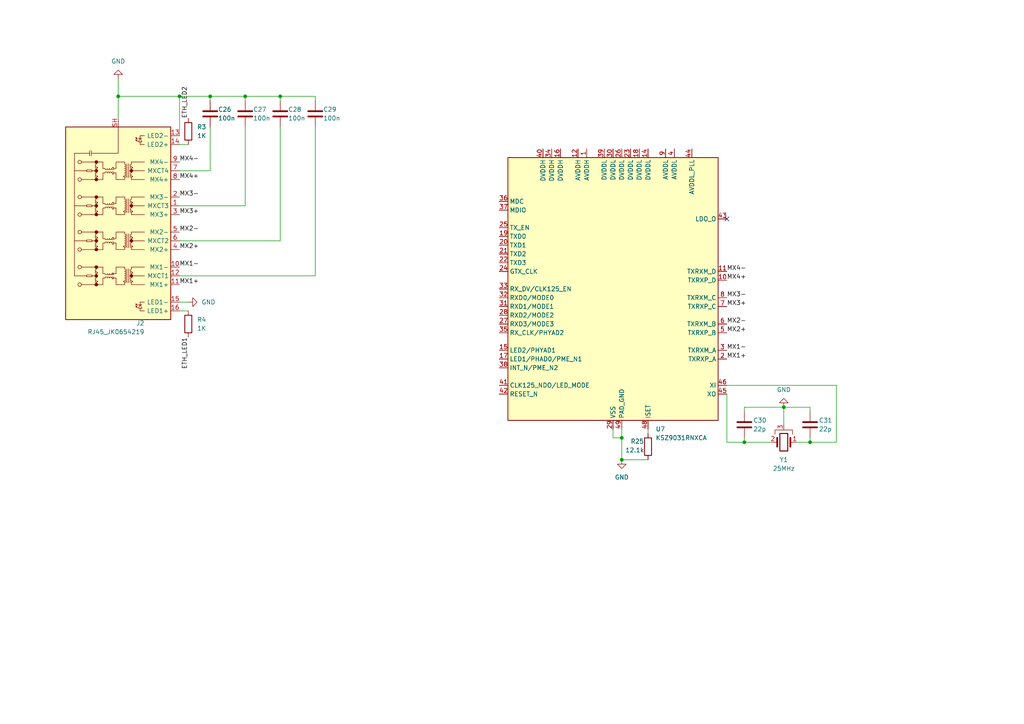
<source format=kicad_sch>
(kicad_sch (version 20231120) (generator "eeschema") (generator_version "8.0")
  (paper "A4")
  (title_block (title "PatchLogic 85 FPGA Board") (date "2025-01-06") (rev "V0.1") (company "ODHIN Unicamp") (comment 1 "Licensed under CERN OHL V2 Permissive") (comment 2 "Designed by: Julio Nunes Avelar"))
  (lib_symbols
    (symbol "Connector:RJ45_JK0654219"
      (property "Reference" "J" (at -15.24 29.21 0))
      (property "Value" "RJ45_JK0654219" (at 10.16 29.21 0))
      (symbol "RJ45_JK0654219_0_0"
        (circle (center -3.81 -15.24) (radius 0.0001) (stroke (width 0.508)))
        (circle (center -3.81 -5.08) (radius 0.0001) (stroke (width 0.508)))
        (circle (center -3.81 5.08) (radius 0.0001) (stroke (width 0.508)))
        (circle (center -3.81 15.24) (radius 0.0001) (stroke (width 0.508)))
        (circle (center 6.35 -17.78) (radius 0.0001) (stroke (width 0.508)))
        (circle (center 6.35 -15.24) (radius 0.0001) (stroke (width 0.508)))
        (circle (center 6.35 -12.7) (radius 0.0001) (stroke (width 0.508)))
        (circle (center 6.35 -7.62) (radius 0.0001) (stroke (width 0.508)))
        (circle (center 6.35 -5.08) (radius 0.0001) (stroke (width 0.508)))
        (circle (center 6.35 -2.54) (radius 0.0001) (stroke (width 0.508)))
        (circle (center 6.35 2.54) (radius 0.0001) (stroke (width 0.508)))
        (circle (center 6.35 5.08) (radius 0.0001) (stroke (width 0.508)))
        (circle (center 6.35 7.62) (radius 0.0001) (stroke (width 0.508)))
        (circle (center 6.35 12.7) (radius 0.0001) (stroke (width 0.508)))
        (circle (center 6.35 15.24) (radius 0.0001) (stroke (width 0.508)))
        (circle (center 6.35 17.78) (radius 0.0001) (stroke (width 0.508)))
      )
      (symbol "RJ45_JK0654219_0_1"
        (rectangle (start -15.24 27.94) (end 15.24 -27.94) (stroke (width 0.254)) (fill (type background)))
        (circle (center -4.064 -16.129) (radius 0.127) (fill (type outline)))
        (circle (center -4.064 -13.589) (radius 0.127) (fill (type outline)))
        (circle (center -4.064 -5.969) (radius 0.127) (fill (type outline)))
        (circle (center -4.064 -3.429) (radius 0.127) (fill (type outline)))
        (circle (center -4.064 4.191) (radius 0.127) (fill (type outline)))
        (circle (center -4.064 6.731) (radius 0.127) (fill (type outline)))
        (circle (center -4.064 14.351) (radius 0.127) (fill (type outline)))
        (circle (center -4.064 16.891) (radius 0.127) (fill (type outline)))
        (arc (start -3.81 -17.145) (mid -3.5052 -16.8402) (end -3.81 -16.51))
        (arc (start -3.81 -16.51) (mid -3.5052 -16.2052) (end -3.81 -15.875))
        (arc (start -3.81 -14.605) (mid -3.5052 -14.3002) (end -3.81 -13.97))
        (arc (start -3.81 -13.97) (mid -3.5052 -13.6652) (end -3.81 -13.335))
        (arc (start -3.81 -6.985) (mid -3.5052 -6.6802) (end -3.81 -6.35))
        (arc (start -3.81 -6.35) (mid -3.5052 -6.0452) (end -3.81 -5.715))
        (arc (start -3.81 -4.445) (mid -3.5052 -4.1402) (end -3.81 -3.81))
        (arc (start -3.81 -3.81) (mid -3.5052 -3.5052) (end -3.81 -3.175))
        (arc (start -3.81 3.175) (mid -3.5052 3.4798) (end -3.81 3.81))
        (arc (start -3.81 3.81) (mid -3.5052 4.1148) (end -3.81 4.445))
        (arc (start -3.81 5.715) (mid -3.5052 6.0198) (end -3.81 6.35))
        (arc (start -3.81 6.35) (mid -3.5052 6.6548) (end -3.81 6.985))
        (arc (start -3.81 13.335) (mid -3.5052 13.6398) (end -3.81 13.97))
        (arc (start -3.81 13.97) (mid -3.5052 14.2748) (end -3.81 14.605))
        (arc (start -3.81 15.875) (mid -3.5052 16.1798) (end -3.81 16.51))
        (arc (start -3.81 16.51) (mid -3.5052 16.8148) (end -3.81 17.145))
        (arc (start -1.905 -16.51) (mid -2.2098 -16.8148) (end -1.905 -17.145))
        (arc (start -1.905 -15.875) (mid -2.2098 -16.1798) (end -1.905 -16.51))
        (arc (start -1.905 -15.24) (mid -2.2098 -15.5448) (end -1.905 -15.875))
        (arc (start -1.905 -14.605) (mid -2.2098 -14.9098) (end -1.905 -15.24))
        (arc (start -1.905 -13.97) (mid -2.2098 -14.2748) (end -1.905 -14.605))
        (arc (start -1.905 -13.335) (mid -2.2098 -13.6398) (end -1.905 -13.97))
        (arc (start -1.905 -6.35) (mid -2.2098 -6.6548) (end -1.905 -6.985))
        (arc (start -1.905 -5.715) (mid -2.2098 -6.0198) (end -1.905 -6.35))
        (arc (start -1.905 -5.08) (mid -2.2098 -5.3848) (end -1.905 -5.715))
        (arc (start -1.905 -4.445) (mid -2.2098 -4.7498) (end -1.905 -5.08))
        (arc (start -1.905 -3.81) (mid -2.2098 -4.1148) (end -1.905 -4.445))
        (arc (start -1.905 -3.175) (mid -2.2098 -3.4798) (end -1.905 -3.81))
        (arc (start -1.905 3.81) (mid -2.2098 3.5052) (end -1.905 3.175))
        (arc (start -1.905 4.445) (mid -2.2098 4.1402) (end -1.905 3.81))
        (arc (start -1.905 5.08) (mid -2.2098 4.7752) (end -1.905 4.445))
        (arc (start -1.905 5.715) (mid -2.2098 5.4102) (end -1.905 5.08))
        (arc (start -1.905 6.35) (mid -2.2098 6.0452) (end -1.905 5.715))
        (arc (start -1.905 6.985) (mid -2.2098 6.6802) (end -1.905 6.35))
        (arc (start -1.905 13.97) (mid -2.2098 13.6652) (end -1.905 13.335))
        (arc (start -1.905 14.605) (mid -2.2098 14.3002) (end -1.905 13.97))
        (arc (start -1.905 15.24) (mid -2.2098 14.9352) (end -1.905 14.605))
        (arc (start -1.905 15.875) (mid -2.2098 15.5702) (end -1.905 15.24))
        (arc (start -1.905 16.51) (mid -2.2098 16.2052) (end -1.905 15.875))
        (arc (start -1.905 17.145) (mid -2.2098 16.8402) (end -1.905 16.51))
        (circle (center -1.651 -13.589) (radius 0.127) (fill (type outline)))
        (circle (center -1.651 -3.429) (radius 0.127) (fill (type outline)))
        (circle (center -1.651 6.731) (radius 0.127) (fill (type outline)))
        (circle (center -1.651 16.891) (radius 0.127) (fill (type outline)))
        (polyline (pts (xy -7.62 -17.78) (xy -3.81 -17.78)))
        (polyline (pts (xy -7.62 -15.24) (xy -6.35 -15.24)))
        (polyline (pts (xy -7.62 -12.7) (xy -3.81 -12.7)))
        (polyline (pts (xy -7.62 -7.62) (xy -3.81 -7.62)))
        (polyline (pts (xy -7.62 -5.08) (xy -6.35 -5.08)))
        (polyline (pts (xy -7.62 -2.54) (xy -3.81 -2.54)))
        (polyline (pts (xy -7.62 2.54) (xy -3.81 2.54)))
        (polyline (pts (xy -7.62 5.08) (xy -6.35 5.08)))
        (polyline (pts (xy -7.62 7.62) (xy -3.81 7.62)))
        (polyline (pts (xy -7.62 12.7) (xy -3.81 12.7)))
        (polyline (pts (xy -7.62 15.24) (xy -6.35 15.24)))
        (polyline (pts (xy -7.62 17.78) (xy -3.81 17.78)))
        (polyline (pts (xy -6.35 -15.24) (xy -3.81 -15.24)))
        (polyline (pts (xy -6.35 -5.08) (xy -3.81 -5.08)))
        (polyline (pts (xy -6.35 5.08) (xy -3.81 5.08)))
        (polyline (pts (xy -6.35 15.24) (xy -3.81 15.24)))
        (polyline (pts (xy -3.81 -17.78) (xy -3.81 -17.145)))
        (polyline (pts (xy -3.81 -15.24) (xy -3.81 -15.875)))
        (polyline (pts (xy -3.81 -15.24) (xy -3.81 -14.605)))
        (polyline (pts (xy -3.81 -12.7) (xy -3.81 -13.335)))
        (polyline (pts (xy -3.81 -7.62) (xy -3.81 -6.985)))
        (polyline (pts (xy -3.81 -5.08) (xy -3.81 -5.715)))
        (polyline (pts (xy -3.81 -5.08) (xy -3.81 -4.445)))
        (polyline (pts (xy -3.81 -2.54) (xy -3.81 -3.175)))
        (polyline (pts (xy -3.81 2.54) (xy -3.81 3.175)))
        (polyline (pts (xy -3.81 5.08) (xy -3.81 4.445)))
        (polyline (pts (xy -3.81 5.08) (xy -3.81 5.715)))
        (polyline (pts (xy -3.81 7.62) (xy -3.81 6.985)))
        (polyline (pts (xy -3.81 12.7) (xy -3.81 13.335)))
        (polyline (pts (xy -3.81 15.24) (xy -3.81 14.605)))
        (polyline (pts (xy -3.81 15.24) (xy -3.81 15.875)))
        (polyline (pts (xy -3.81 17.78) (xy -3.81 17.145)))
        (polyline (pts (xy -3.048 -17.272) (xy -3.048 -13.208)))
        (polyline (pts (xy -3.048 -7.112) (xy -3.048 -3.048)))
        (polyline (pts (xy -3.048 3.048) (xy -3.048 7.112)))
        (polyline (pts (xy -3.048 13.208) (xy -3.048 17.272)))
        (polyline (pts (xy -2.54 -17.272) (xy -2.54 -13.208)))
        (polyline (pts (xy -2.54 -7.112) (xy -2.54 -3.048)))
        (polyline (pts (xy -2.54 3.048) (xy -2.54 7.112)))
        (polyline (pts (xy -2.54 13.208) (xy -2.54 17.272)))
        (polyline (pts (xy 0.635 -14.605) (xy 1.27 -14.605)))
        (polyline (pts (xy 0.635 -4.445) (xy 1.27 -4.445)))
        (polyline (pts (xy 0.635 5.715) (xy 1.27 5.715)))
        (polyline (pts (xy 0.635 15.875) (xy 1.27 15.875)))
        (polyline (pts (xy 4.445 -17.78) (xy 5.715 -17.78)))
        (polyline (pts (xy 4.445 -12.7) (xy 5.715 -12.7)))
        (polyline (pts (xy 4.445 -7.62) (xy 5.715 -7.62)))
        (polyline (pts (xy 4.445 -2.54) (xy 5.715 -2.54)))
        (polyline (pts (xy 4.445 2.54) (xy 5.715 2.54)))
        (polyline (pts (xy 4.445 7.62) (xy 5.715 7.62)))
        (polyline (pts (xy 4.445 12.7) (xy 5.715 12.7)))
        (polyline (pts (xy 4.445 17.78) (xy 5.715 17.78)))
        (polyline (pts (xy 6.35 -15.24) (xy 6.35 -15.875)))
        (polyline (pts (xy 6.35 -15.24) (xy 6.35 -14.605)))
        (polyline (pts (xy 6.35 -5.08) (xy 6.35 -5.715)))
        (polyline (pts (xy 6.35 -5.08) (xy 6.35 -4.445)))
        (polyline (pts (xy 6.35 5.08) (xy 6.35 4.445)))
        (polyline (pts (xy 6.35 5.08) (xy 6.35 5.715)))
        (polyline (pts (xy 6.35 15.24) (xy 6.35 14.605)))
        (polyline (pts (xy 6.35 15.24) (xy 6.35 15.875)))
        (polyline (pts (xy 7.62 -17.78) (xy 6.35 -17.78)))
        (polyline (pts (xy 7.62 -17.78) (xy 10.668 -17.78)))
        (polyline (pts (xy 7.62 -15.24) (xy 6.35 -15.24)))
        (polyline (pts (xy 7.62 -12.7) (xy 6.35 -12.7)))
        (polyline (pts (xy 7.62 -12.7) (xy 10.668 -12.7)))
        (polyline (pts (xy 7.62 -7.62) (xy 6.35 -7.62)))
        (polyline (pts (xy 7.62 -7.62) (xy 10.668 -7.62)))
        (polyline (pts (xy 7.62 -5.08) (xy 6.35 -5.08)))
        (polyline (pts (xy 7.62 -2.54) (xy 6.35 -2.54)))
        (polyline (pts (xy 7.62 -2.54) (xy 10.668 -2.54)))
        (polyline (pts (xy 7.62 2.54) (xy 6.35 2.54)))
        (polyline (pts (xy 7.62 2.54) (xy 10.668 2.54)))
        (polyline (pts (xy 7.62 5.08) (xy 6.35 5.08)))
        (polyline (pts (xy 7.62 7.62) (xy 6.35 7.62)))
        (polyline (pts (xy 7.62 7.62) (xy 10.668 7.62)))
        (polyline (pts (xy 7.62 12.7) (xy 6.35 12.7)))
        (polyline (pts (xy 7.62 12.7) (xy 10.668 12.7)))
        (polyline (pts (xy 7.62 15.24) (xy 6.35 15.24)))
        (polyline (pts (xy 7.62 17.78) (xy 6.35 17.78)))
        (polyline (pts (xy 7.62 17.78) (xy 10.668 17.78)))
        (polyline (pts (xy 7.747 -19.558) (xy 7.747 -21.082)) (stroke (width 0.1524)))
        (polyline (pts (xy 8.255 -20.32) (xy 12.7 -20.32)))
        (polyline (pts (xy 8.255 -19.558) (xy 8.255 -21.082)) (stroke (width 0.1524)))
        (polyline (pts (xy 9.144 -15.24) (xy 12.7 -15.24)))
        (polyline (pts (xy 9.144 -5.08) (xy 12.7 -5.08)))
        (polyline (pts (xy 9.144 5.08) (xy 12.7 5.08)))
        (polyline (pts (xy 12.7 -20.32) (xy 12.7 15.24)))
        (polyline (pts (xy 12.7 15.24) (xy 9.144 15.24)))
        (polyline (pts (xy -1.905 -17.145) (xy -1.905 -17.78) (xy 0 -17.78)))
        (polyline (pts (xy -1.905 -13.335) (xy -1.905 -12.7) (xy 0 -12.7)))
        (polyline (pts (xy -1.905 -6.985) (xy -1.905 -7.62) (xy 0 -7.62)))
        (polyline (pts (xy -1.905 -3.175) (xy -1.905 -2.54) (xy 0 -2.54)))
        (polyline (pts (xy -1.905 3.175) (xy -1.905 2.54) (xy 0 2.54)))
        (polyline (pts (xy -1.905 6.985) (xy -1.905 7.62) (xy 0 7.62)))
        (polyline (pts (xy -1.905 13.335) (xy -1.905 12.7) (xy 0 12.7)))
        (polyline (pts (xy -1.905 17.145) (xy -1.905 17.78) (xy 0 17.78)))
        (polyline (pts (xy 0 -12.7) (xy 0.635 -12.7) (xy 0.635 -14.605)))
        (polyline (pts (xy 0 -2.54) (xy 0.635 -2.54) (xy 0.635 -4.445)))
        (polyline (pts (xy 0 7.62) (xy 0.635 7.62) (xy 0.635 5.715)))
        (polyline (pts (xy 0 17.78) (xy 0.635 17.78) (xy 0.635 15.875)))
        (polyline (pts (xy 3.81 -15.875) (xy 4.445 -15.875) (xy 4.445 -17.78)))
        (polyline (pts (xy 3.81 -14.605) (xy 4.445 -14.605) (xy 4.445 -12.7)))
        (polyline (pts (xy 3.81 -5.715) (xy 4.445 -5.715) (xy 4.445 -7.62)))
        (polyline (pts (xy 3.81 -4.445) (xy 4.445 -4.445) (xy 4.445 -2.54)))
        (polyline (pts (xy 3.81 4.445) (xy 4.445 4.445) (xy 4.445 2.54)))
        (polyline (pts (xy 3.81 5.715) (xy 4.445 5.715) (xy 4.445 7.62)))
        (polyline (pts (xy 3.81 14.605) (xy 4.445 14.605) (xy 4.445 12.7)))
        (polyline (pts (xy 3.81 15.875) (xy 4.445 15.875) (xy 4.445 17.78)))
        (polyline (pts (xy 5.715 -17.78) (xy 6.35 -17.78) (xy 6.35 -17.145)))
        (polyline (pts (xy 5.715 -12.7) (xy 6.35 -12.7) (xy 6.35 -13.335)))
        (polyline (pts (xy 5.715 -7.62) (xy 6.35 -7.62) (xy 6.35 -6.985)))
        (polyline (pts (xy 5.715 -2.54) (xy 6.35 -2.54) (xy 6.35 -3.175)))
        (polyline (pts (xy 5.715 2.54) (xy 6.35 2.54) (xy 6.35 3.175)))
        (polyline (pts (xy 5.715 7.62) (xy 6.35 7.62) (xy 6.35 6.985)))
        (polyline (pts (xy 5.715 12.7) (xy 6.35 12.7) (xy 6.35 13.335)))
        (polyline (pts (xy 5.715 17.78) (xy 6.35 17.78) (xy 6.35 17.145)))
        (polyline (pts (xy 7.747 -20.32) (xy 0 -20.32) (xy 0 -27.94)))
        (polyline (pts (xy 0 -17.78) (xy 0.635 -17.78) (xy 0.635 -15.875) (xy 1.27 -15.875)))
        (polyline (pts (xy 0 -7.62) (xy 0.635 -7.62) (xy 0.635 -5.715) (xy 1.27 -5.715)))
        (polyline (pts (xy 0 2.54) (xy 0.635 2.54) (xy 0.635 4.445) (xy 1.27 4.445)))
        (polyline (pts (xy 0 12.7) (xy 0.635 12.7) (xy 0.635 14.605) (xy 1.27 14.605)))
        (arc (start 1.27 -14.605) (mid 1.5748 -14.9098) (end 1.905 -14.605))
        (arc (start 1.27 -4.445) (mid 1.5748 -4.7498) (end 1.905 -4.445))
        (arc (start 1.27 5.715) (mid 1.5748 5.4102) (end 1.905 5.715))
        (arc (start 1.27 15.875) (mid 1.5748 15.5702) (end 1.905 15.875))
        (circle (center 1.524 -16.129) (radius 0.127) (fill (type outline)))
        (circle (center 1.524 -14.351) (radius 0.127) (fill (type outline)))
        (circle (center 1.524 -5.969) (radius 0.127) (fill (type outline)))
        (circle (center 1.524 -4.191) (radius 0.127) (fill (type outline)))
        (circle (center 1.524 4.191) (radius 0.127) (fill (type outline)))
        (circle (center 1.524 5.969) (radius 0.127) (fill (type outline)))
        (circle (center 1.5494 14.5034) (radius 0.127) (fill (type outline)))
        (circle (center 1.5494 16.0274) (radius 0.127) (fill (type outline)))
        (arc (start 1.905 -15.875) (mid 1.6002 -15.5702) (end 1.27 -15.875))
        (arc (start 1.905 -14.605) (mid 2.2098 -14.9098) (end 2.54 -14.605))
        (arc (start 1.905 -5.715) (mid 1.6002 -5.4102) (end 1.27 -5.715))
        (arc (start 1.905 -4.445) (mid 2.2098 -4.7498) (end 2.54 -4.445))
        (arc (start 1.905 4.445) (mid 1.6002 4.7498) (end 1.27 4.445))
        (arc (start 1.905 5.715) (mid 2.2098 5.4102) (end 2.54 5.715))
        (arc (start 1.905 14.605) (mid 1.6002 14.9098) (end 1.27 14.605))
        (arc (start 1.905 15.875) (mid 2.2098 15.5702) (end 2.54 15.875))
        (arc (start 2.54 -15.875) (mid 2.2352 -15.5702) (end 1.905 -15.875))
        (arc (start 2.54 -14.605) (mid 2.8448 -14.9098) (end 3.175 -14.605))
        (arc (start 2.54 -5.715) (mid 2.2352 -5.4102) (end 1.905 -5.715))
        (arc (start 2.54 -4.445) (mid 2.8448 -4.7498) (end 3.175 -4.445))
        (arc (start 2.54 4.445) (mid 2.2352 4.7498) (end 1.905 4.445))
        (arc (start 2.54 5.715) (mid 2.8448 5.4102) (end 3.175 5.715))
        (arc (start 2.54 14.605) (mid 2.2352 14.9098) (end 1.905 14.605))
        (arc (start 2.54 15.875) (mid 2.8448 15.5702) (end 3.175 15.875))
        (arc (start 3.175 -15.875) (mid 2.8702 -15.5702) (end 2.54 -15.875))
        (arc (start 3.175 -14.605) (mid 3.4798 -14.9098) (end 3.81 -14.605))
        (arc (start 3.175 -5.715) (mid 2.8702 -5.4102) (end 2.54 -5.715))
        (arc (start 3.175 -4.445) (mid 3.4798 -4.7498) (end 3.81 -4.445))
        (arc (start 3.175 4.445) (mid 2.8702 4.7498) (end 2.54 4.445))
        (arc (start 3.175 5.715) (mid 3.4798 5.4102) (end 3.81 5.715))
        (arc (start 3.175 14.605) (mid 2.8702 14.9098) (end 2.54 14.605))
        (arc (start 3.175 15.875) (mid 3.4798 15.5702) (end 3.81 15.875))
        (arc (start 3.81 -15.875) (mid 3.5052 -15.5702) (end 3.175 -15.875))
        (arc (start 3.81 -5.715) (mid 3.5052 -5.4102) (end 3.175 -5.715))
        (arc (start 3.81 4.445) (mid 3.5052 4.7498) (end 3.175 4.445))
        (arc (start 3.81 14.605) (mid 3.5052 14.9098) (end 3.175 14.605))
        (circle (center 6.096 -16.129) (radius 0.127) (fill (type outline)))
        (circle (center 6.096 -13.589) (radius 0.127) (fill (type outline)))
        (circle (center 6.096 -5.969) (radius 0.127) (fill (type outline)))
        (circle (center 6.096 -3.429) (radius 0.127) (fill (type outline)))
        (circle (center 6.096 4.191) (radius 0.127) (fill (type outline)))
        (circle (center 6.096 6.731) (radius 0.127) (fill (type outline)))
        (circle (center 6.096 14.351) (radius 0.127) (fill (type outline)))
        (circle (center 6.096 16.891) (radius 0.127) (fill (type outline)))
        (arc (start 6.35 -17.145) (mid 6.6548 -16.8275) (end 6.35 -16.51))
        (arc (start 6.35 -16.51) (mid 6.6548 -16.1925) (end 6.35 -15.875))
        (arc (start 6.35 -14.605) (mid 6.6548 -14.2875) (end 6.35 -13.97))
        (arc (start 6.35 -13.97) (mid 6.6548 -13.6525) (end 6.35 -13.335))
        (arc (start 6.35 -6.985) (mid 6.6548 -6.6675) (end 6.35 -6.35))
        (arc (start 6.35 -6.35) (mid 6.6548 -6.0325) (end 6.35 -5.715))
        (arc (start 6.35 -4.445) (mid 6.6548 -4.1275) (end 6.35 -3.81))
        (arc (start 6.35 -3.81) (mid 6.6548 -3.4925) (end 6.35 -3.175))
        (arc (start 6.35 3.175) (mid 6.6548 3.4925) (end 6.35 3.81))
        (arc (start 6.35 3.81) (mid 6.6548 4.1275) (end 6.35 4.445))
        (arc (start 6.35 5.715) (mid 6.6548 6.0325) (end 6.35 6.35))
        (arc (start 6.35 6.35) (mid 6.6548 6.6675) (end 6.35 6.985))
        (arc (start 6.35 13.335) (mid 6.6548 13.6525) (end 6.35 13.97))
        (arc (start 6.35 13.97) (mid 6.6548 14.2875) (end 6.35 14.605))
        (arc (start 6.35 15.875) (mid 6.6548 16.1925) (end 6.35 16.51))
        (arc (start 6.35 16.51) (mid 6.6548 16.8275) (end 6.35 17.145))
        (rectangle (start 7.62 -14.986) (end 9.144 -15.494))
        (rectangle (start 7.62 -4.826) (end 9.144 -5.334))
        (rectangle (start 7.62 5.334) (end 9.144 4.826))
        (rectangle (start 7.62 15.494) (end 9.144 14.986))
        (circle (center 11.176 -17.78) (radius 0.508))
        (circle (center 11.176 -12.7) (radius 0.508))
        (circle (center 11.176 -7.62) (radius 0.508))
        (circle (center 11.176 -2.54) (radius 0.508))
        (circle (center 11.176 2.54) (radius 0.508))
        (circle (center 11.176 7.62) (radius 0.508))
        (circle (center 11.176 12.7) (radius 0.508))
        (circle (center 11.176 17.78) (radius 0.508))
      )
      (symbol "RJ45_JK0654219_1_1"
        (polyline (pts (xy -7.62 -25.4) (xy -6.35 -25.4)))
        (polyline (pts (xy -7.62 -22.86) (xy -6.35 -22.86)))
        (polyline (pts (xy -7.62 22.86) (xy -6.35 22.86)))
        (polyline (pts (xy -7.62 25.4) (xy -6.35 25.4)))
        (polyline (pts (xy -6.858 -24.638) (xy -5.842 -24.638)))
        (polyline (pts (xy -6.858 23.622) (xy -5.842 23.622)))
        (polyline (pts (xy -6.35 -25.4) (xy -6.35 -24.638)))
        (polyline (pts (xy -6.35 -22.86) (xy -6.35 -23.622)))
        (polyline (pts (xy -6.35 22.86) (xy -6.35 23.622)))
        (polyline (pts (xy -6.35 25.4) (xy -6.35 24.638)))
        (polyline (pts (xy -5.08 -24.892) (xy -5.207 -24.511)))
        (polyline (pts (xy -5.08 -24.257) (xy -5.207 -23.876)))
        (polyline (pts (xy -5.08 23.368) (xy -5.207 23.749)))
        (polyline (pts (xy -5.08 24.003) (xy -5.207 24.384)))
        (polyline (pts (xy -5.588 -24.384) (xy -5.08 -24.892) (xy -5.461 -24.765)))
        (polyline (pts (xy -5.588 -23.749) (xy -5.08 -24.257) (xy -5.461 -24.13)))
        (polyline (pts (xy -5.588 23.876) (xy -5.08 23.368) (xy -5.461 23.495)))
        (polyline (pts (xy -5.588 24.511) (xy -5.08 24.003) (xy -5.461 24.13)))
        (polyline (pts (xy -6.35 -24.638) (xy -6.858 -23.622) (xy -5.842 -23.622) (xy -6.35 -24.638)))
        (polyline (pts (xy -6.35 23.622) (xy -6.858 24.638) (xy -5.842 24.638) (xy -6.35 23.622)))
        (pin passive line (at -17.78 -5.08 0) (length 2.54) (name "MXCT3") (number "1"))
        (pin passive line (at -17.78 12.7 0) (length 2.54) (name "MX1-") (number "10"))
        (pin passive line (at -17.78 17.78 0) (length 2.54) (name "MX1+") (number "11"))
        (pin passive line (at -17.78 15.24 0) (length 2.54) (name "MXCT1") (number "12"))
        (pin passive line (at -17.78 -25.4 0) (length 2.54) (name "LED2-") (number "13"))
        (pin passive line (at -17.78 -22.86 0) (length 2.54) (name "LED2+") (number "14"))
        (pin passive line (at -17.78 22.86 0) (length 2.54) (name "LED1-") (number "15"))
        (pin passive line (at -17.78 25.4 0) (length 2.54) (name "LED1+") (number "16"))
        (pin passive line (at -17.78 -7.62 0) (length 2.54) (name "MX3-") (number "2"))
        (pin passive line (at -17.78 -2.54 0) (length 2.54) (name "MX3+") (number "3"))
        (pin passive line (at -17.78 7.62 0) (length 2.54) (name "MX2+") (number "4"))
        (pin passive line (at -17.78 2.54 0) (length 2.54) (name "MX2-") (number "5"))
        (pin passive line (at -17.78 5.08 0) (length 2.54) (name "MXCT2") (number "6"))
        (pin passive line (at -17.78 -15.24 0) (length 2.54) (name "MXCT4") (number "7"))
        (pin passive line (at -17.78 -12.7 0) (length 2.54) (name "MX4+") (number "8"))
        (pin passive line (at -17.78 -17.78 0) (length 2.54) (name "MX4-") (number "9"))
        (pin passive line (at 0 -30.48 90) (length 2.54) (name "~") (number "SH"))
      )
    )
    (symbol "Device:C" (pin_numbers hide) (pin_names (offset 0.254))
      (property "Reference" "C" (at 0.635 2.54 0))
      (property "Value" "C" (at 0.635 -2.54 0))
      (symbol "C_0_1"
        (polyline (pts (xy -2.032 -0.762) (xy 2.032 -0.762)) (stroke (width 0.508)))
        (polyline (pts (xy -2.032 0.762) (xy 2.032 0.762)) (stroke (width 0.508)))
      )
      (symbol "C_1_1"
        (pin passive line (at 0 3.81 270) (length 2.794) (name "~") (number "1"))
        (pin passive line (at 0 -3.81 90) (length 2.794) (name "~") (number "2"))
      )
    )
    (symbol "Device:Crystal_GND3" (pin_names (offset 1.016) hide)
      (property "Reference" "Y" (at 0 5.715 0))
      (property "Value" "Crystal_GND3" (at 0 3.81 0))
      (symbol "Crystal_GND3_0_1"
        (rectangle (start -1.143 2.54) (end 1.143 -2.54) (stroke (width 0.3048)))
        (polyline (pts (xy -2.54 0) (xy -1.905 0)))
        (polyline (pts (xy -1.905 -1.27) (xy -1.905 1.27)) (stroke (width 0.508)))
        (polyline (pts (xy 0 -3.81) (xy 0 -3.556)))
        (polyline (pts (xy 1.905 0) (xy 2.54 0)))
        (polyline (pts (xy 1.905 1.27) (xy 1.905 -1.27)) (stroke (width 0.508)))
        (polyline (pts (xy -2.54 -2.286) (xy -2.54 -3.556) (xy 2.54 -3.556) (xy 2.54 -2.286)))
      )
      (symbol "Crystal_GND3_1_1"
        (pin passive line (at -3.81 0 0) (length 1.27) (name "1") (number "1"))
        (pin passive line (at 3.81 0 180) (length 1.27) (name "2") (number "2"))
        (pin passive line (at 0 -5.08 90) (length 1.27) (name "3") (number "3"))
      )
    )
    (symbol "Device:R" (pin_numbers hide) (pin_names (offset 0))
      (property "Reference" "R" (at 2.032 0 90))
      (property "Value" "R" (at 0 0 90))
      (symbol "R_0_1"
        (rectangle (start -1.016 -2.54) (end 1.016 2.54) (stroke (width 0.254)))
      )
      (symbol "R_1_1"
        (pin passive line (at 0 3.81 270) (length 1.27) (name "~") (number "1"))
        (pin passive line (at 0 -3.81 90) (length 1.27) (name "~") (number "2"))
      )
    )
    (symbol "Interface_Ethernet:KSZ9031RNXCA"
      (property "Reference" "U" (at -26.67 39.37 0))
      (property "Value" "KSZ9031RNXCA" (at 39.37 39.37 0))
      (symbol "KSZ9031RNXCA_0_1"
        (rectangle (start -30.48 38.1) (end 30.48 -38.1) (stroke (width 0.254)) (fill (type background)))
      )
      (symbol "KSZ9031RNXCA_1_1"
        (pin power_in line (at -7.62 40.64 270) (length 2.54) (name "AVDDH") (number "1"))
        (pin input line (at 33.02 2.54 180) (length 2.54) (name "TXRXP_D") (number "10"))
        (pin input line (at 33.02 5.08 180) (length 2.54) (name "TXRXM_D") (number "11"))
        (pin power_in line (at -10.16 40.64 270) (length 2.54) (name "AVDDH") (number "12"))
        (pin no_connect line (at 30.48 12.7 180) (length 2.54) hide (name "NC") (number "13"))
        (pin power_in line (at 10.16 40.64 270) (length 2.54) (name "DVDDL") (number "14"))
        (pin bidirectional line (at -33.02 -17.78 0) (length 2.54) (name "LED2/PHYAD1") (number "15"))
        (pin power_in line (at -15.24 40.64 270) (length 2.54) (name "DVDDH") (number "16"))
        (pin bidirectional line (at -33.02 -20.32 0) (length 2.54) (name "LED1/PHAD0/PME_N1") (number "17"))
        (pin power_in line (at 7.62 40.64 270) (length 2.54) (name "DVDDL") (number "18"))
        (pin input line (at -33.02 15.24 0) (length 2.54) (name "TXD0") (number "19"))
        (pin input line (at 33.02 -20.32 180) (length 2.54) (name "TXRXP_A") (number "2"))
        (pin input line (at -33.02 12.7 0) (length 2.54) (name "TXD1") (number "20"))
        (pin input line (at -33.02 10.16 0) (length 2.54) (name "TXD2") (number "21"))
        (pin input line (at -33.02 7.62 0) (length 2.54) (name "TXD3") (number "22"))
        (pin power_in line (at 5.08 40.64 270) (length 2.54) (name "DVDDL") (number "23"))
        (pin input line (at -33.02 5.08 0) (length 2.54) (name "GTX_CLK") (number "24"))
        (pin input line (at -33.02 17.78 0) (length 2.54) (name "TX_EN") (number "25"))
        (pin power_in line (at 2.54 40.64 270) (length 2.54) (name "DVDDL") (number "26"))
        (pin input line (at -33.02 -10.16 0) (length 2.54) (name "RXD3/MODE3") (number "27"))
        (pin input line (at -33.02 -7.62 0) (length 2.54) (name "RXD2/MODE2") (number "28"))
        (pin power_in line (at 0 -40.64 90) (length 2.54) (name "VSS") (number "29"))
        (pin input line (at 33.02 -17.78 180) (length 2.54) (name "TXRXM_A") (number "3"))
        (pin power_in line (at 0 40.64 270) (length 2.54) (name "DVDDL") (number "30"))
        (pin input line (at -33.02 -5.08 0) (length 2.54) (name "RXD1/MODE1") (number "31"))
        (pin input line (at -33.02 -2.54 0) (length 2.54) (name "RXD0/MODE0") (number "32"))
        (pin input line (at -33.02 0 0) (length 2.54) (name "RX_DV/CLK125_EN") (number "33"))
        (pin power_in line (at -17.78 40.64 270) (length 2.54) (name "DVDDH") (number "34"))
        (pin input line (at -33.02 -12.7 0) (length 2.54) (name "RX_CLK/PHYAD2") (number "35"))
        (pin input line (at -33.02 25.4 0) (length 2.54) (name "MDC") (number "36"))
        (pin input line (at -33.02 22.86 0) (length 2.54) (name "MDIO") (number "37"))
        (pin input line (at -33.02 -22.86 0) (length 2.54) (name "INT_N/PME_N2") (number "38"))
        (pin power_in line (at -2.54 40.64 270) (length 2.54) (name "DVDDL") (number "39"))
        (pin power_in line (at 17.78 40.64 270) (length 2.54) (name "AVDDL") (number "4"))
        (pin power_in line (at -20.32 40.64 270) (length 2.54) (name "DVDDH") (number "40"))
        (pin input line (at -33.02 -27.94 0) (length 2.54) (name "CLK125_NDO/LED_MODE") (number "41"))
        (pin input line (at -33.02 -30.48 0) (length 2.54) (name "RESET_N") (number "42"))
        (pin input line (at 33.02 20.32 180) (length 2.54) (name "LDO_O") (number "43"))
        (pin power_in line (at 22.86 40.64 270) (length 2.54) (name "AVDDL_PLL") (number "44"))
        (pin input line (at 33.02 -30.48 180) (length 2.54) (name "XO") (number "45"))
        (pin input line (at 33.02 -27.94 180) (length 2.54) (name "XI") (number "46"))
        (pin no_connect line (at 30.48 10.16 180) (length 2.54) hide (name "NC") (number "47"))
        (pin output line (at 10.16 -40.64 90) (length 2.54) (name "ISET") (number "48"))
        (pin power_in line (at 2.54 -40.64 90) (length 2.54) (name "PAD_GND") (number "49"))
        (pin input line (at 33.02 -12.7 180) (length 2.54) (name "TXRXP_B") (number "5"))
        (pin input line (at 33.02 -10.16 180) (length 2.54) (name "TXRXM_B") (number "6"))
        (pin input line (at 33.02 -5.08 180) (length 2.54) (name "TXRXP_C") (number "7"))
        (pin input line (at 33.02 -2.54 180) (length 2.54) (name "TXRXM_C") (number "8"))
        (pin power_in line (at 15.24 40.64 270) (length 2.54) (name "AVDDL") (number "9"))
      )
    )
    (symbol "power:GND" (power) (pin_numbers hide) (pin_names (offset 0) hide)
      (property "Value" "GND" (at 0 -3.81 0))
      (symbol "GND_0_1"
        (polyline (pts (xy 0 0) (xy 0 -1.27) (xy 1.27 -1.27) (xy 0 -2.54) (xy -1.27 -1.27) (xy 0 -1.27)))
      )
      (symbol "GND_1_1"
        (pin power_in line (at 0 0 270) (length 0) (name "~") (number "1"))
      )
    )
  )
  (junction (at 180.34 133.35))
  (junction (at 60.96 27.94))
  (junction (at 180.34 127))
  (junction (at 234.95 128.27))
  (junction (at 227.33 118.11))
  (junction (at 52.07 27.94))
  (junction (at 34.29 27.94))
  (junction (at 81.28 27.94))
  (junction (at 71.12 27.94))
  (junction (at 215.9 128.27))
  (no_connect (at 210.82 63.5))
  (wire (pts (xy 52.07 80.01) (xy 91.44 80.01)))
  (wire (pts (xy 71.12 59.69) (xy 52.07 59.69)))
  (wire (pts (xy 52.07 90.17) (xy 54.61 90.17)))
  (wire (pts (xy 215.9 118.11) (xy 227.33 118.11)))
  (wire (pts (xy 34.29 27.94) (xy 52.07 27.94)))
  (wire (pts (xy 52.07 39.37) (xy 52.07 27.94)))
  (wire (pts (xy 91.44 29.21) (xy 91.44 27.94)))
  (wire (pts (xy 242.57 128.27) (xy 234.95 128.27)))
  (wire (pts (xy 180.34 133.35) (xy 187.96 133.35)))
  (wire (pts (xy 71.12 29.21) (xy 71.12 27.94)))
  (wire (pts (xy 91.44 36.83) (xy 91.44 80.01)))
  (wire (pts (xy 60.96 36.83) (xy 60.96 49.53)))
  (wire (pts (xy 223.52 128.27) (xy 215.9 128.27)))
  (wire (pts (xy 187.96 124.46) (xy 187.96 125.73)))
  (wire (pts (xy 34.29 27.94) (xy 34.29 34.29)))
  (wire (pts (xy 81.28 27.94) (xy 91.44 27.94)))
  (wire (pts (xy 210.82 128.27) (xy 210.82 114.3)))
  (wire (pts (xy 180.34 127) (xy 180.34 124.46)))
  (wire (pts (xy 60.96 27.94) (xy 71.12 27.94)))
  (wire (pts (xy 71.12 36.83) (xy 71.12 59.69)))
  (wire (pts (xy 177.8 124.46) (xy 177.8 127)))
  (wire (pts (xy 210.82 111.76) (xy 242.57 111.76)))
  (wire (pts (xy 60.96 29.21) (xy 60.96 27.94)))
  (wire (pts (xy 177.8 127) (xy 180.34 127)))
  (wire (pts (xy 180.34 127) (xy 180.34 133.35)))
  (wire (pts (xy 242.57 111.76) (xy 242.57 128.27)))
  (wire (pts (xy 215.9 119.38) (xy 215.9 118.11)))
  (wire (pts (xy 215.9 128.27) (xy 210.82 128.27)))
  (wire (pts (xy 234.95 118.11) (xy 227.33 118.11)))
  (wire (pts (xy 215.9 127) (xy 215.9 128.27)))
  (wire (pts (xy 81.28 29.21) (xy 81.28 27.94)))
  (wire (pts (xy 52.07 87.63) (xy 54.61 87.63)))
  (wire (pts (xy 234.95 127) (xy 234.95 128.27)))
  (wire (pts (xy 52.07 27.94) (xy 60.96 27.94)))
  (wire (pts (xy 234.95 119.38) (xy 234.95 118.11)))
  (wire (pts (xy 81.28 36.83) (xy 81.28 69.85)))
  (wire (pts (xy 60.96 49.53) (xy 52.07 49.53)))
  (wire (pts (xy 81.28 69.85) (xy 52.07 69.85)))
  (wire (pts (xy 227.33 118.11) (xy 227.33 123.19)))
  (wire (pts (xy 234.95 128.27) (xy 231.14 128.27)))
  (wire (pts (xy 52.07 41.91) (xy 54.61 41.91)))
  (wire (pts (xy 34.29 22.86) (xy 34.29 27.94)))
  (wire (pts (xy 71.12 27.94) (xy 81.28 27.94)))
  (label "ETH_LED2" (at 54.61 34.29 90))
  (label "ETH_LED1" (at 54.61 97.79 270))
  (label "MX1-" (at 210.82 101.6 0))
  (label "MX2+" (at 210.82 96.52 0))
  (label "MX4-" (at 52.07 46.99 0))
  (label "MX3-" (at 210.82 86.36 0))
  (label "MX3+" (at 52.07 62.23 0))
  (label "MX4+" (at 210.82 81.28 0))
  (label "MX3-" (at 52.07 57.15 0))
  (label "MX1-" (at 52.07 77.47 0))
  (label "MX2-" (at 210.82 93.98 0))
  (label "MX3+" (at 210.82 88.9 0))
  (label "MX2-" (at 52.07 67.31 0))
  (label "MX1+" (at 52.07 82.55 0))
  (label "MX1+" (at 210.82 104.14 0))
  (label "MX2+" (at 52.07 72.39 0))
  (label "MX4+" (at 52.07 52.07 0))
  (label "MX4-" (at 210.82 78.74 0))
  (symbol (lib_id "Interface_Ethernet:KSZ9031RNXCA") (at 177.8 83.82 0) (unit 1)
    (property "Reference" "U7" (at 190.1541 124.46 0) (effects (justify left)))
    (property "Value" "KSZ9031RNXCA" (at 190.1541 127 0) (effects (justify left)))
    (property "Footprint" "Package_DFN_QFN:QFN-48-1EP_7x7mm_P0.5mm_EP5.15x5.15mm" (effects (hide yes)))
    (property "Datasheet" "http://ww1.microchip.com/downloads/en/DeviceDoc/00002117C.pdf" (effects (hide yes)))
    (property "Description" "10/100/1000Mbps Ethernet Transceiver with RGMII Interface, QFN-48" (effects (hide yes)))
  )
  (symbol (lib_id "power:GND") (at 227.33 118.11 180) (unit 1)
    (property "Reference" "#PWR088" (effects (hide yes)))
    (property "Value" "GND" (at 227.33 113.03 0))
    (property "Description" "Power symbol creates a global label with name \"GND\" , ground" (effects (hide yes)))
  )
  (symbol (lib_id "Device:R") (at 54.61 93.98 180) (unit 1)
    (property "Reference" "R4" (at 57.15 92.7099 0) (effects (justify right)))
    (property "Value" "1K" (at 57.15 95.2499 0) (effects (justify right)))
    (property "Description" "Resistor" (effects (hide yes)))
  )
  (symbol (lib_id "Device:R") (at 187.96 129.54 180) (unit 1)
    (property "Reference" "R25" (at 182.88 128.016 0) (effects (justify right)))
    (property "Value" "12.1k" (at 181.356 130.556 0) (effects (justify right)))
    (property "Description" "Resistor" (effects (hide yes)))
  )
  (symbol (lib_id "Device:Crystal_GND3") (at 227.33 128.27 180) (unit 1)
    (property "Reference" "Y1" (at 227.33 133.35 0))
    (property "Value" "25MHz" (at 227.33 135.89 0))
    (property "Description" "Three pin crystal, GND on pin 3" (effects (hide yes)))
  )
  (symbol (lib_id "Device:C") (at 71.12 33.02 0) (unit 1)
    (property "Reference" "C27" (at 73.406 31.75 0) (effects (justify left)))
    (property "Value" "100n" (at 73.406 34.29 0) (effects (justify left)))
    (property "Description" "Unpolarized capacitor" (effects (hide yes)))
  )
  (symbol (lib_id "power:GND") (at 34.29 22.86 180) (unit 1)
    (property "Reference" "#PWR042" (effects (hide yes)))
    (property "Value" "GND" (at 34.29 17.78 0))
    (property "Description" "Power symbol creates a global label with name \"GND\" , ground" (effects (hide yes)))
  )
  (symbol (lib_id "Device:C") (at 81.28 33.02 0) (unit 1)
    (property "Reference" "C28" (at 83.566 31.75 0) (effects (justify left)))
    (property "Value" "100n" (at 83.566 34.29 0) (effects (justify left)))
    (property "Description" "Unpolarized capacitor" (effects (hide yes)))
  )
  (symbol (lib_id "power:GND") (at 180.34 133.35 0) (unit 1)
    (property "Reference" "#PWR089" (effects (hide yes)))
    (property "Value" "GND" (at 180.34 138.43 0))
    (property "Description" "Power symbol creates a global label with name \"GND\" , ground" (effects (hide yes)))
  )
  (symbol (lib_id "power:GND") (at 54.61 87.63 90) (unit 1)
    (property "Reference" "#PWR043" (effects (hide yes)))
    (property "Value" "GND" (at 58.42 87.6299 90) (effects (justify right)))
    (property "Description" "Power symbol creates a global label with name \"GND\" , ground" (effects (hide yes)))
  )
  (symbol (lib_id "Device:R") (at 54.61 38.1 180) (unit 1)
    (property "Reference" "R3" (at 57.15 36.8299 0) (effects (justify right)))
    (property "Value" "1K" (at 57.15 39.3699 0) (effects (justify right)))
    (property "Description" "Resistor" (effects (hide yes)))
  )
  (symbol (lib_id "Device:C") (at 234.95 123.19 180) (unit 1)
    (property "Reference" "C31" (at 237.49 121.92 0) (effects (justify right)))
    (property "Value" "22p" (at 237.49 124.46 0) (effects (justify right)))
    (property "Description" "Unpolarized capacitor" (effects (hide yes)))
  )
  (symbol (lib_id "Device:C") (at 91.44 33.02 0) (unit 1)
    (property "Reference" "C29" (at 93.726 31.75 0) (effects (justify left)))
    (property "Value" "100n" (at 93.726 34.29 0) (effects (justify left)))
    (property "Description" "Unpolarized capacitor" (effects (hide yes)))
  )
  (symbol (lib_id "Connector:RJ45_JK0654219") (at 34.29 64.77 180) (unit 1)
    (property "Reference" "J2" (at 41.91 93.726 0) (effects (justify left)))
    (property "Value" "RJ45_JK0654219" (at 41.91 96.266 0) (effects (justify left)))
    (property "Footprint" "Connector_RJ:RJ45_Pulse_JK0654219NL_Horizontal" (effects (hide yes)))
    (property "Datasheet" "https://media.digikey.com/pdf/Data%20Sheets/Pulse%20PDFs/JK%20Series.pdf" (effects (hide yes)))
    (property "Description" "1 Port RJ45 Magjack Connector Through Hole 10/100/1000 Base-T, AutoMDIX" (effects (hide yes)))
  )
  (symbol (lib_id "Device:C") (at 215.9 123.19 180) (unit 1)
    (property "Reference" "C30" (at 218.44 121.92 0) (effects (justify right)))
    (property "Value" "22p" (at 218.44 124.46 0) (effects (justify right)))
    (property "Description" "Unpolarized capacitor" (effects (hide yes)))
  )
  (symbol (lib_id "Device:C") (at 60.96 33.02 0) (unit 1)
    (property "Reference" "C26" (at 63.246 31.75 0) (effects (justify left)))
    (property "Value" "100n" (at 63.246 34.29 0) (effects (justify left)))
    (property "Description" "Unpolarized capacitor" (effects (hide yes)))
  )
)
</source>
